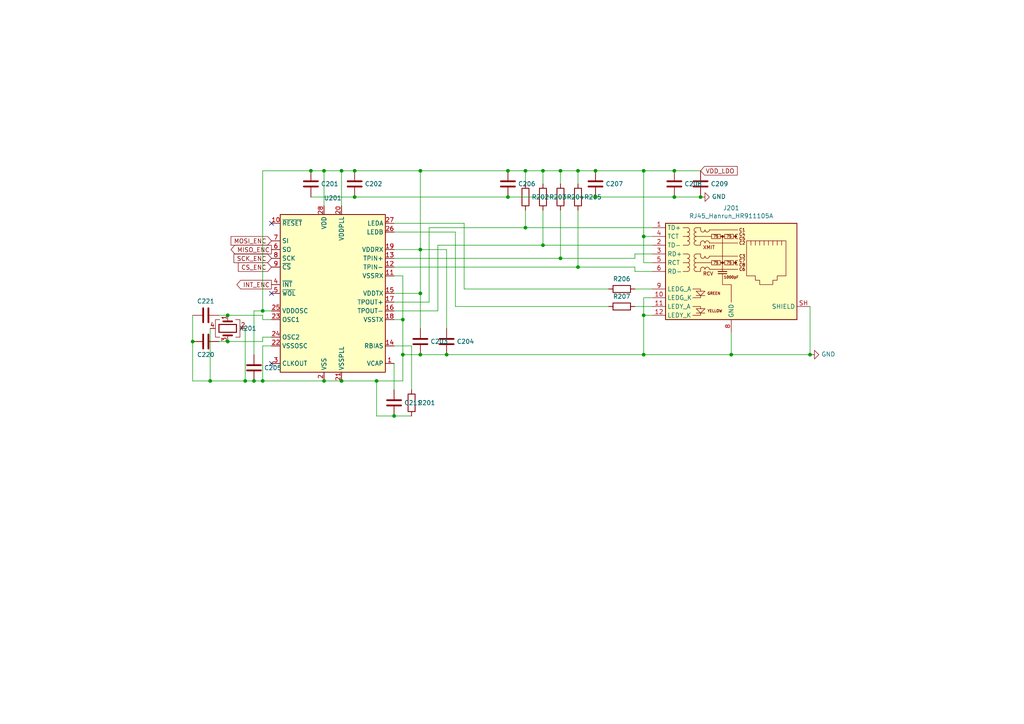
<source format=kicad_sch>
(kicad_sch (version 20230121) (generator eeschema)
  (paper "A4")
  (lib_symbols
    (symbol "Device:C" (pin_numbers hide) (pin_names (offset 0.254))
      (property "Reference" "C" (at 0.635 2.54 0))
      (property "Value" "C" (at 0.635 -2.54 0))
      (symbol "C_0_1"
        (polyline (pts (xy -2.032 -0.762) (xy 2.032 -0.762)) (stroke (width 0.508)))
        (polyline (pts (xy -2.032 0.762) (xy 2.032 0.762)) (stroke (width 0.508)))
      )
      (symbol "C_1_1"
        (pin passive line (at 0 3.81 270) (length 2.794) (name "~") (number "1"))
        (pin passive line (at 0 -3.81 90) (length 2.794) (name "~") (number "2"))
      )
    )
    (symbol "Device:Crystal_GND24" (pin_names (offset 1.016) hide)
      (property "Reference" "Y" (at 3.175 5.08 0))
      (property "Value" "Crystal_GND24" (at 3.175 3.175 0))
      (symbol "Crystal_GND24_0_1"
        (rectangle (start -1.143 2.54) (end 1.143 -2.54) (stroke (width 0.3048)))
        (polyline (pts (xy -2.54 0) (xy -2.032 0)))
        (polyline (pts (xy -2.032 -1.27) (xy -2.032 1.27)) (stroke (width 0.508)))
        (polyline (pts (xy 0 -3.81) (xy 0 -3.556)))
        (polyline (pts (xy 0 3.556) (xy 0 3.81)))
        (polyline (pts (xy 2.032 -1.27) (xy 2.032 1.27)) (stroke (width 0.508)))
        (polyline (pts (xy 2.032 0) (xy 2.54 0)))
        (polyline (pts (xy -2.54 -2.286) (xy -2.54 -3.556) (xy 2.54 -3.556) (xy 2.54 -2.286)))
        (polyline (pts (xy -2.54 2.286) (xy -2.54 3.556) (xy 2.54 3.556) (xy 2.54 2.286)))
      )
      (symbol "Crystal_GND24_1_1"
        (pin passive line (at -3.81 0 0) (length 1.27) (name "1") (number "1"))
        (pin passive line (at 0 5.08 270) (length 1.27) (name "2") (number "2"))
        (pin passive line (at 3.81 0 180) (length 1.27) (name "3") (number "3"))
        (pin passive line (at 0 -5.08 90) (length 1.27) (name "4") (number "4"))
      )
    )
    (symbol "Device:R" (pin_numbers hide) (pin_names (offset 0))
      (property "Reference" "R" (at 2.032 0 90))
      (property "Value" "R" (at 0 0 90))
      (symbol "R_0_1"
        (rectangle (start -1.016 -2.54) (end 1.016 2.54) (stroke (width 0.254)))
      )
      (symbol "R_1_1"
        (pin passive line (at 0 3.81 270) (length 1.27) (name "~") (number "1"))
        (pin passive line (at 0 -3.81 90) (length 1.27) (name "~") (number "2"))
      )
    )
    (symbol "Interface_Ethernet:ENC28J60x-SS"
      (property "Reference" "U" (at -13.97 24.13 0))
      (property "Value" "ENC28J60x-SS" (at 5.08 24.13 0))
      (symbol "ENC28J60x-SS_0_1"
        (rectangle (start -15.24 22.86) (end 15.24 -22.86) (stroke (width 0.254)) (fill (type background)))
      )
      (symbol "ENC28J60x-SS_1_1"
        (pin input line (at 17.78 -20.32 180) (length 2.54) (name "VCAP") (number "1"))
        (pin input line (at -17.78 20.32 0) (length 2.54) (name "~{RESET}") (number "10"))
        (pin power_in line (at 17.78 5.08 180) (length 2.54) (name "VSSRX") (number "11"))
        (pin input line (at 17.78 7.62 180) (length 2.54) (name "TPIN-") (number "12"))
        (pin input line (at 17.78 10.16 180) (length 2.54) (name "TPIN+") (number "13"))
        (pin input line (at 17.78 -15.24 180) (length 2.54) (name "RBIAS") (number "14"))
        (pin power_in line (at 17.78 0 180) (length 2.54) (name "VDDTX") (number "15"))
        (pin output line (at 17.78 -5.08 180) (length 2.54) (name "TPOUT-") (number "16"))
        (pin output line (at 17.78 -2.54 180) (length 2.54) (name "TPOUT+") (number "17"))
        (pin power_in line (at 17.78 -7.62 180) (length 2.54) (name "VSSTX") (number "18"))
        (pin power_in line (at 17.78 12.7 180) (length 2.54) (name "VDDRX") (number "19"))
        (pin power_in line (at -2.54 -25.4 90) (length 2.54) (name "VSS") (number "2"))
        (pin power_in line (at 2.54 25.4 270) (length 2.54) (name "VDDPLL") (number "20"))
        (pin power_in line (at 2.54 -25.4 90) (length 2.54) (name "VSSPLL") (number "21"))
        (pin power_in line (at -17.78 -15.24 0) (length 2.54) (name "VSSOSC") (number "22"))
        (pin input line (at -17.78 -7.62 0) (length 2.54) (name "OSC1") (number "23"))
        (pin input line (at -17.78 -12.7 0) (length 2.54) (name "OSC2") (number "24"))
        (pin power_in line (at -17.78 -5.08 0) (length 2.54) (name "VDDOSC") (number "25"))
        (pin output line (at 17.78 17.78 180) (length 2.54) (name "LEDB") (number "26"))
        (pin output line (at 17.78 20.32 180) (length 2.54) (name "LEDA") (number "27"))
        (pin power_in line (at -2.54 25.4 270) (length 2.54) (name "VDD") (number "28"))
        (pin output line (at -17.78 -20.32 0) (length 2.54) (name "CLKOUT") (number "3"))
        (pin output line (at -17.78 2.54 0) (length 2.54) (name "~{INT}") (number "4"))
        (pin output line (at -17.78 0 0) (length 2.54) (name "~{WOL}") (number "5"))
        (pin output line (at -17.78 12.7 0) (length 2.54) (name "SO") (number "6"))
        (pin input line (at -17.78 15.24 0) (length 2.54) (name "SI") (number "7"))
        (pin input line (at -17.78 10.16 0) (length 2.54) (name "SCK") (number "8"))
        (pin input line (at -17.78 7.62 0) (length 2.54) (name "~{CS}") (number "9"))
      )
    )
    (symbol "RJ45_Hanrun_HR911105A:RJ45_Hanrun_HR911105A"
      (property "Reference" "J" (at 19.05 15.24 0))
      (property "Value" "RJ45_Hanrun_HR911105A" (at -19.05 15.24 0))
      (symbol "RJ45_Hanrun_HR911105A_0_0"
        (circle (center -2.54 2.54) (radius 0.254) (stroke (width 0.254)) (fill (type outline)))
        (circle (center -2.54 10.16) (radius 0.254) (stroke (width 0.254)) (fill (type outline)))
        (polyline (pts (xy -7.62 -12.065) (xy -10.16 -12.065)))
        (polyline (pts (xy -7.62 -6.985) (xy -10.16 -6.985)))
        (polyline (pts (xy -2.54 10.16) (xy -2.54 0)))
        (polyline (pts (xy -1.27 -0.635) (xy -3.81 -0.635)) (stroke (width 0.254)))
        (polyline (pts (xy -1.27 0) (xy -3.81 0)) (stroke (width 0.254)))
        (polyline (pts (xy 1.27 2.54) (xy 0.635 2.54)))
        (polyline (pts (xy 1.27 10.16) (xy 0.635 10.16)))
        (polyline (pts (xy -11.176 -12.7) (xy -8.89 -12.7) (xy -8.89 -12.065)))
        (polyline (pts (xy -11.176 -10.16) (xy -8.89 -10.16) (xy -8.89 -10.795)))
        (polyline (pts (xy -11.176 -5.08) (xy -8.89 -5.08) (xy -8.89 -5.715)))
        (polyline (pts (xy -8.89 -6.985) (xy -8.89 -7.62) (xy -11.176 -7.62)))
        (polyline (pts (xy -10.16 -5.715) (xy -7.62 -5.715) (xy -8.89 -6.985) (xy -10.16 -5.715)))
        (polyline (pts (xy -7.62 -10.795) (xy -10.16 -10.795) (xy -8.89 -12.065) (xy -7.62 -10.795)))
        (polyline (pts (xy -2.54 -0.635) (xy -2.54 -3.81) (xy 0 -3.81) (xy 0 -8.89)))
        (polyline (pts (xy 1.905 3.175) (xy 1.27 3.175) (xy 1.27 1.905) (xy 1.905 1.905)))
        (polyline (pts (xy 1.905 10.795) (xy 1.27 10.795) (xy 1.27 9.525) (xy 1.905 9.525)))
        (circle (center 1.27 2.54) (radius 0.254) (stroke (width 0.254)) (fill (type outline)))
        (circle (center 1.27 10.16) (radius 0.254) (stroke (width 0.254)) (fill (type outline)))
        (text "1000pF" (at 0 -1.651 0) (effects (font (size 0.762 0.762))))
        (text "75" (at -4.445 2.54 0) (effects (font (size 0.762 0.762))))
        (text "75" (at -4.445 10.16 0) (effects (font (size 0.762 0.762))))
        (text "75" (at -0.635 2.54 0) (effects (font (size 0.762 0.762))))
        (text "75" (at -0.635 10.16 0) (effects (font (size 0.762 0.762))))
        (text "C1" (at 3.175 12.065 0) (effects (font (size 0.889 0.889))))
        (text "C2" (at 3.175 8.255 0) (effects (font (size 0.889 0.889))))
        (text "C3" (at 3.175 4.445 0) (effects (font (size 0.889 0.889))))
        (text "C4" (at 3.175 10.795 0) (effects (font (size 0.889 0.889))))
        (text "C5" (at 3.175 9.525 0) (effects (font (size 0.889 0.889))))
        (text "C6" (at 3.175 0.635 0) (effects (font (size 0.889 0.889))))
        (text "C7" (at 3.175 3.175 0) (effects (font (size 0.889 0.889))))
        (text "C8" (at 3.175 1.905 0) (effects (font (size 0.889 0.889))))
        (text "GREEN" (at -6.985 -6.35 0) (effects (font (size 0.762 0.762)) (justify left)))
        (text "RCV" (at -8.255 -0.635 0) (effects (font (size 1.016 1.016)) (justify left)))
        (text "XMIT" (at -8.255 6.985 0) (effects (font (size 1.016 1.016)) (justify left)))
        (text "YELLOW" (at -6.985 -11.43 0) (effects (font (size 0.762 0.762)) (justify left)))
      )
      (symbol "RJ45_Hanrun_HR911105A_0_1"
        (rectangle (start -19.05 -13.97) (end 19.05 13.97) (stroke (width 0.254)) (fill (type background)))
        (arc (start -12.7 0) (mid -12.0677 0.635) (end -12.7 1.27))
        (arc (start -12.7 1.27) (mid -12.0677 1.905) (end -12.7 2.54))
        (arc (start -12.7 2.54) (mid -12.0677 3.175) (end -12.7 3.81))
        (arc (start -12.7 3.81) (mid -12.0677 4.445) (end -12.7 5.08))
        (arc (start -12.7 7.62) (mid -12.0677 8.255) (end -12.7 8.89))
        (arc (start -12.7 8.89) (mid -12.0677 9.525) (end -12.7 10.16))
        (arc (start -12.7 10.16) (mid -12.0677 10.795) (end -12.7 11.43))
        (arc (start -12.7 11.43) (mid -12.0677 12.065) (end -12.7 12.7))
        (arc (start -10.16 1.27) (mid -10.7923 0.635) (end -10.16 0))
        (arc (start -10.16 2.54) (mid -10.7923 1.905) (end -10.16 1.27))
        (arc (start -10.16 3.81) (mid -10.7923 3.175) (end -10.16 2.54))
        (arc (start -10.16 5.08) (mid -10.7923 4.445) (end -10.16 3.81))
        (arc (start -10.16 8.89) (mid -10.7923 8.255) (end -10.16 7.62))
        (arc (start -10.16 10.16) (mid -10.7923 9.525) (end -10.16 8.89))
        (arc (start -10.16 11.43) (mid -10.7923 10.795) (end -10.16 10.16))
        (arc (start -10.16 12.7) (mid -10.7923 12.065) (end -10.16 11.43))
        (arc (start -8.89 4.445) (mid -8.255 3.8127) (end -7.62 4.445))
        (arc (start -8.89 12.065) (mid -8.255 11.4327) (end -7.62 12.065))
        (arc (start -7.62 0.635) (mid -8.255 1.2673) (end -8.89 0.635))
        (arc (start -7.62 4.445) (mid -6.985 3.8127) (end -6.35 4.445))
        (arc (start -7.62 8.255) (mid -8.255 8.8873) (end -8.89 8.255))
        (arc (start -7.62 12.065) (mid -6.985 11.4327) (end -6.35 12.065))
        (arc (start -6.35 0.635) (mid -6.985 1.2673) (end -7.62 0.635))
        (arc (start -6.35 8.255) (mid -6.985 8.8873) (end -7.62 8.255))
        (rectangle (start -5.715 3.175) (end -3.175 1.905))
        (rectangle (start -5.715 10.795) (end -3.175 9.525))
        (rectangle (start -1.905 3.175) (end 0.635 1.905))
        (rectangle (start -1.905 10.795) (end 0.635 9.525))
        (polyline (pts (xy -12.7 0) (xy -13.97 0)))
        (polyline (pts (xy -12.7 2.54) (xy -13.97 2.54)))
        (polyline (pts (xy -12.7 5.08) (xy -13.97 5.08)))
        (polyline (pts (xy -12.7 7.62) (xy -13.97 7.62)))
        (polyline (pts (xy -12.7 10.16) (xy -13.97 10.16)))
        (polyline (pts (xy -12.7 12.7) (xy -13.97 12.7)))
        (polyline (pts (xy -6.35 0.635) (xy 1.905 0.635)))
        (polyline (pts (xy -6.35 4.445) (xy 1.905 4.445)))
        (polyline (pts (xy -6.35 8.255) (xy 1.905 8.255)))
        (polyline (pts (xy -6.35 12.065) (xy 1.905 12.065)))
        (polyline (pts (xy -5.715 2.54) (xy -10.16 2.54)))
        (polyline (pts (xy -5.715 10.16) (xy -10.16 10.16)))
        (polyline (pts (xy -3.175 2.54) (xy -1.905 2.54)))
        (polyline (pts (xy -3.175 10.16) (xy -1.905 10.16)))
        (polyline (pts (xy 5.715 7.62) (xy 5.715 8.89)))
        (polyline (pts (xy 6.985 8.89) (xy 6.985 7.62)))
        (polyline (pts (xy 8.255 8.89) (xy 8.255 7.62)))
        (polyline (pts (xy 9.525 8.89) (xy 9.525 7.62)))
        (polyline (pts (xy 10.795 8.89) (xy 10.795 7.62)))
        (polyline (pts (xy 12.065 8.89) (xy 12.065 7.62)))
        (polyline (pts (xy 13.335 7.62) (xy 13.335 8.89)))
        (polyline (pts (xy 14.605 7.62) (xy 14.605 8.89)))
        (polyline (pts (xy -10.16 5.08) (xy -8.89 5.08) (xy -8.89 4.445)))
        (polyline (pts (xy -10.16 12.7) (xy -8.89 12.7) (xy -8.89 12.065)))
        (polyline (pts (xy -8.89 0.635) (xy -8.89 0) (xy -10.16 0)))
        (polyline (pts (xy -8.89 8.255) (xy -8.89 7.62) (xy -10.16 7.62)))
        (polyline (pts (xy 4.445 8.89) (xy 15.875 8.89) (xy 15.875 -1.27) (xy 13.335 -1.27) (xy 13.335 -2.54) (xy 12.065 -2.54) (xy 12.065 -3.81) (xy 8.255 -3.81) (xy 8.255 -2.54) (xy 6.985 -2.54) (xy 6.985 -1.27) (xy 4.445 -1.27) (xy 4.445 8.89)))
      )
      (symbol "RJ45_Hanrun_HR911105A_1_1"
        (pin passive line (at -22.86 12.7 0) (length 3.81) (name "TD+") (number "1"))
        (pin passive line (at -22.86 -7.62 0) (length 3.81) (name "LEDG_K") (number "10"))
        (pin passive line (at -22.86 -10.16 0) (length 3.81) (name "LEDY_A") (number "11"))
        (pin passive line (at -22.86 -12.7 0) (length 3.81) (name "LEDY_K") (number "12"))
        (pin passive line (at -22.86 7.62 0) (length 3.81) (name "TD-") (number "2"))
        (pin passive line (at -22.86 5.08 0) (length 3.81) (name "RD+") (number "3"))
        (pin passive line (at -22.86 10.16 0) (length 3.81) (name "TCT") (number "4"))
        (pin passive line (at -22.86 2.54 0) (length 3.81) (name "RCT") (number "5"))
        (pin passive line (at -22.86 0 0) (length 3.81) (name "RD-") (number "6"))
        (pin no_connect line (at 5.08 -5.08 0) (length 0) hide (name "NC") (number "7"))
        (pin power_in line (at 0 -17.78 90) (length 3.81) (name "GND") (number "8"))
        (pin passive line (at -22.86 -5.08 0) (length 3.81) (name "LEDG_A") (number "9"))
        (pin passive line (at 22.86 -10.16 180) (length 3.81) (name "SHIELD") (number "SH"))
      )
    )
    (symbol "power:GND" (power) (pin_names (offset 0))
      (property "Value" "GND" (at 0 -3.81 0))
      (symbol "GND_0_1"
        (polyline (pts (xy 0 0) (xy 0 -1.27) (xy 1.27 -1.27) (xy 0 -2.54) (xy -1.27 -1.27) (xy 0 -1.27)))
      )
      (symbol "GND_1_1"
        (pin power_in line (at 0 0 270) (length 0) hide (name "GND") (number "1"))
      )
    )
  )
  (junction (at 203.2 57.15))
  (junction (at 172.72 49.53))
  (junction (at 121.92 85.09))
  (junction (at 186.69 102.87))
  (junction (at 99.06 49.53))
  (junction (at 76.2 90.17))
  (junction (at 60.96 110.49))
  (junction (at 167.64 49.53))
  (junction (at 234.95 102.87))
  (junction (at 152.4 66.04))
  (junction (at 116.84 102.87))
  (junction (at 109.22 110.49))
  (junction (at 71.12 110.49))
  (junction (at 147.32 57.15))
  (junction (at 186.69 68.58))
  (junction (at 162.56 74.93))
  (junction (at 195.58 57.15))
  (junction (at 76.2 110.49))
  (junction (at 147.32 49.53))
  (junction (at 195.58 49.53))
  (junction (at 121.92 72.39))
  (junction (at 172.72 57.15))
  (junction (at 212.09 102.87))
  (junction (at 121.92 49.53))
  (junction (at 129.54 102.87))
  (junction (at 186.69 49.53))
  (junction (at 102.87 49.53))
  (junction (at 66.04 91.44))
  (junction (at 167.64 77.47))
  (junction (at 114.3 120.65))
  (junction (at 55.88 99.06))
  (junction (at 99.06 110.49))
  (junction (at 73.66 110.49))
  (junction (at 90.17 49.53))
  (junction (at 116.84 92.71))
  (junction (at 93.98 110.49))
  (junction (at 157.48 71.12))
  (junction (at 102.87 57.15))
  (junction (at 121.92 102.87))
  (junction (at 162.56 49.53))
  (junction (at 66.04 99.06))
  (junction (at 152.4 49.53))
  (junction (at 157.48 49.53))
  (junction (at 93.98 49.53))
  (junction (at 186.69 91.44))
  (no_connect (at 78.74 64.77))
  (no_connect (at 78.74 105.41))
  (no_connect (at 78.74 85.09))
  (wire (pts (xy 114.3 77.47) (xy 167.64 77.47)))
  (wire (pts (xy 76.2 99.06) (xy 76.2 97.79)))
  (wire (pts (xy 114.3 74.93) (xy 162.56 74.93)))
  (wire (pts (xy 157.48 60.96) (xy 157.48 71.12)))
  (wire (pts (xy 127 71.12) (xy 157.48 71.12)))
  (wire (pts (xy 186.69 68.58) (xy 186.69 49.53)))
  (wire (pts (xy 93.98 59.69) (xy 93.98 49.53)))
  (wire (pts (xy 99.06 49.53) (xy 102.87 49.53)))
  (wire (pts (xy 55.88 110.49) (xy 60.96 110.49)))
  (wire (pts (xy 124.46 66.04) (xy 152.4 66.04)))
  (wire (pts (xy 93.98 110.49) (xy 76.2 110.49)))
  (wire (pts (xy 121.92 95.25) (xy 121.92 85.09)))
  (wire (pts (xy 167.64 60.96) (xy 167.64 77.47)))
  (wire (pts (xy 134.62 64.77) (xy 134.62 83.82)))
  (wire (pts (xy 63.5 99.06) (xy 66.04 99.06)))
  (wire (pts (xy 114.3 90.17) (xy 127 90.17)))
  (wire (pts (xy 116.84 92.71) (xy 116.84 80.01)))
  (wire (pts (xy 60.96 110.49) (xy 71.12 110.49)))
  (wire (pts (xy 76.2 91.44) (xy 66.04 91.44)))
  (wire (pts (xy 121.92 72.39) (xy 121.92 49.53)))
  (wire (pts (xy 186.69 102.87) (xy 129.54 102.87)))
  (wire (pts (xy 121.92 72.39) (xy 114.3 72.39)))
  (wire (pts (xy 76.2 99.06) (xy 66.04 99.06)))
  (wire (pts (xy 121.92 102.87) (xy 116.84 102.87)))
  (wire (pts (xy 184.15 77.47) (xy 184.15 78.74)))
  (wire (pts (xy 73.66 90.17) (xy 76.2 90.17)))
  (wire (pts (xy 90.17 49.53) (xy 76.2 49.53)))
  (wire (pts (xy 124.46 87.63) (xy 124.46 66.04)))
  (wire (pts (xy 114.3 120.65) (xy 109.22 120.65)))
  (wire (pts (xy 99.06 59.69) (xy 99.06 49.53)))
  (wire (pts (xy 114.3 105.41) (xy 114.3 113.03)))
  (wire (pts (xy 189.23 91.44) (xy 186.69 91.44)))
  (wire (pts (xy 186.69 76.2) (xy 186.69 68.58)))
  (wire (pts (xy 71.12 110.49) (xy 73.66 110.49)))
  (wire (pts (xy 116.84 110.49) (xy 116.84 102.87)))
  (wire (pts (xy 186.69 86.36) (xy 186.69 91.44)))
  (wire (pts (xy 93.98 49.53) (xy 99.06 49.53)))
  (wire (pts (xy 119.38 120.65) (xy 114.3 120.65)))
  (wire (pts (xy 109.22 110.49) (xy 116.84 110.49)))
  (wire (pts (xy 212.09 96.52) (xy 212.09 102.87)))
  (wire (pts (xy 147.32 49.53) (xy 152.4 49.53)))
  (wire (pts (xy 176.53 88.9) (xy 132.08 88.9)))
  (wire (pts (xy 189.23 88.9) (xy 184.15 88.9)))
  (wire (pts (xy 129.54 72.39) (xy 121.92 72.39)))
  (wire (pts (xy 109.22 120.65) (xy 109.22 110.49)))
  (wire (pts (xy 189.23 76.2) (xy 186.69 76.2)))
  (wire (pts (xy 99.06 110.49) (xy 109.22 110.49)))
  (wire (pts (xy 152.4 66.04) (xy 189.23 66.04)))
  (wire (pts (xy 102.87 49.53) (xy 121.92 49.53)))
  (wire (pts (xy 203.2 57.15) (xy 195.58 57.15)))
  (wire (pts (xy 147.32 57.15) (xy 102.87 57.15)))
  (wire (pts (xy 93.98 110.49) (xy 99.06 110.49)))
  (wire (pts (xy 76.2 92.71) (xy 78.74 92.71)))
  (wire (pts (xy 189.23 68.58) (xy 186.69 68.58)))
  (wire (pts (xy 55.88 99.06) (xy 55.88 110.49)))
  (wire (pts (xy 76.2 97.79) (xy 78.74 97.79)))
  (wire (pts (xy 234.95 102.87) (xy 212.09 102.87)))
  (wire (pts (xy 76.2 100.33) (xy 78.74 100.33)))
  (wire (pts (xy 129.54 95.25) (xy 129.54 72.39)))
  (wire (pts (xy 184.15 73.66) (xy 189.23 73.66)))
  (wire (pts (xy 60.96 95.25) (xy 60.96 110.49)))
  (wire (pts (xy 189.23 86.36) (xy 186.69 86.36)))
  (wire (pts (xy 172.72 57.15) (xy 147.32 57.15)))
  (wire (pts (xy 162.56 49.53) (xy 167.64 49.53)))
  (wire (pts (xy 212.09 102.87) (xy 186.69 102.87)))
  (wire (pts (xy 63.5 91.44) (xy 66.04 91.44)))
  (wire (pts (xy 121.92 85.09) (xy 114.3 85.09)))
  (wire (pts (xy 121.92 85.09) (xy 121.92 72.39)))
  (wire (pts (xy 152.4 49.53) (xy 157.48 49.53)))
  (wire (pts (xy 152.4 53.34) (xy 152.4 49.53)))
  (wire (pts (xy 90.17 49.53) (xy 93.98 49.53)))
  (wire (pts (xy 73.66 90.17) (xy 73.66 102.87)))
  (wire (pts (xy 157.48 49.53) (xy 162.56 49.53)))
  (wire (pts (xy 114.3 67.31) (xy 132.08 67.31)))
  (wire (pts (xy 162.56 53.34) (xy 162.56 49.53)))
  (wire (pts (xy 167.64 77.47) (xy 184.15 77.47)))
  (wire (pts (xy 234.95 88.9) (xy 234.95 102.87)))
  (wire (pts (xy 132.08 67.31) (xy 132.08 88.9)))
  (wire (pts (xy 162.56 74.93) (xy 184.15 74.93)))
  (wire (pts (xy 186.69 49.53) (xy 195.58 49.53)))
  (wire (pts (xy 119.38 100.33) (xy 119.38 113.03)))
  (wire (pts (xy 116.84 80.01) (xy 114.3 80.01)))
  (wire (pts (xy 129.54 102.87) (xy 121.92 102.87)))
  (wire (pts (xy 76.2 91.44) (xy 76.2 92.71)))
  (wire (pts (xy 114.3 100.33) (xy 119.38 100.33)))
  (wire (pts (xy 127 90.17) (xy 127 71.12)))
  (wire (pts (xy 55.88 91.44) (xy 55.88 99.06)))
  (wire (pts (xy 152.4 60.96) (xy 152.4 66.04)))
  (wire (pts (xy 90.17 57.15) (xy 102.87 57.15)))
  (wire (pts (xy 71.12 95.25) (xy 71.12 110.49)))
  (wire (pts (xy 76.2 110.49) (xy 76.2 100.33)))
  (wire (pts (xy 121.92 49.53) (xy 147.32 49.53)))
  (wire (pts (xy 167.64 53.34) (xy 167.64 49.53)))
  (wire (pts (xy 114.3 92.71) (xy 116.84 92.71)))
  (wire (pts (xy 195.58 57.15) (xy 172.72 57.15)))
  (wire (pts (xy 195.58 49.53) (xy 203.2 49.53)))
  (wire (pts (xy 157.48 53.34) (xy 157.48 49.53)))
  (wire (pts (xy 176.53 83.82) (xy 134.62 83.82)))
  (wire (pts (xy 184.15 78.74) (xy 189.23 78.74)))
  (wire (pts (xy 184.15 83.82) (xy 189.23 83.82)))
  (wire (pts (xy 76.2 90.17) (xy 78.74 90.17)))
  (wire (pts (xy 167.64 49.53) (xy 172.72 49.53)))
  (wire (pts (xy 172.72 49.53) (xy 186.69 49.53)))
  (wire (pts (xy 73.66 110.49) (xy 76.2 110.49)))
  (wire (pts (xy 157.48 71.12) (xy 189.23 71.12)))
  (wire (pts (xy 184.15 74.93) (xy 184.15 73.66)))
  (wire (pts (xy 76.2 49.53) (xy 76.2 90.17)))
  (wire (pts (xy 116.84 102.87) (xy 116.84 92.71)))
  (wire (pts (xy 114.3 64.77) (xy 134.62 64.77)))
  (wire (pts (xy 162.56 60.96) (xy 162.56 74.93)))
  (wire (pts (xy 114.3 87.63) (xy 124.46 87.63)))
  (wire (pts (xy 186.69 91.44) (xy 186.69 102.87)))
  (global_label "MISO_ENC" (shape output) (at 78.74 72.39 180) (property "Intersheetrefs" "${INTERSHEET_REFS}" (effects hide)))
  (global_label "MOSI_ENC" (shape input) (at 78.74 69.85 180) (property "Intersheetrefs" "${INTERSHEET_REFS}" (effects hide)))
  (global_label "CS_ENC" (shape input) (at 78.74 77.47 180) (property "Intersheetrefs" "${INTERSHEET_REFS}" (effects hide)))
  (global_label "SCK_ENC" (shape input) (at 78.74 74.93 180) (property "Intersheetrefs" "${INTERSHEET_REFS}" (effects hide)))
  (global_label "VDD_LDO" (shape input) (at 203.2 49.53 0) (property "Intersheetrefs" "${INTERSHEET_REFS}" (effects hide)))
  (global_label "INT_ENC" (shape output) (at 78.74 82.55 180) (property "Intersheetrefs" "${INTERSHEET_REFS}" (effects hide)))
  (symbol (lib_id "Device:C") (at 195.58 53.34 0) (unit 1)
    (property "Reference" "C208" (at 198.501 53.34 0) (effects (justify left)))
    (property "Value" "100nF, X7R, 10%" (effects hide))
    (property "Footprint" "Capacitor_SMD:C_0402_1005Metric_Pad0.74x0.62mm_HandSolder" (effects hide))
    (property "LCSC" "C1525" (effects hide))
  )
  (symbol (lib_id "Device:C") (at 203.2 53.34 0) (unit 1)
    (property "Reference" "C209" (at 206.121 53.34 0) (effects (justify left)))
    (property "Value" "100nF, X7R, 10%" (effects hide))
    (property "Footprint" "Capacitor_SMD:C_0402_1005Metric_Pad0.74x0.62mm_HandSolder" (effects hide))
    (property "LCSC" "C1525" (effects hide))
  )
  (symbol (lib_id "Device:R") (at 152.4 57.15 0) (unit 1)
    (property "Reference" "R202" (at 154.178 57.15 0) (effects (justify left)))
    (property "Value" "50R, 1%" (effects hide))
    (property "Footprint" "Resistor_SMD:R_0402_1005Metric_Pad0.72x0.64mm_HandSolder" (effects hide))
    (property "LCSC" "C25120" (effects hide))
  )
  (symbol (lib_id "Device:R") (at 157.48 57.15 0) (unit 1)
    (property "Reference" "R203" (at 159.258 57.15 0) (effects (justify left)))
    (property "Value" "50R, 1%" (effects hide))
    (property "Footprint" "Resistor_SMD:R_0402_1005Metric_Pad0.72x0.64mm_HandSolder" (effects hide))
    (property "LCSC" "C25120" (effects hide))
  )
  (symbol (lib_id "Device:R") (at 162.56 57.15 0) (unit 1)
    (property "Reference" "R204" (at 164.338 57.15 0) (effects (justify left)))
    (property "Value" "50R, 1%" (effects hide))
    (property "Footprint" "Resistor_SMD:R_0402_1005Metric_Pad0.72x0.64mm_HandSolder" (effects hide))
    (property "LCSC" "C25120" (effects hide))
  )
  (symbol (lib_id "Device:R") (at 167.64 57.15 0) (unit 1)
    (property "Reference" "R205" (at 169.418 57.15 0) (effects (justify left)))
    (property "Value" "50R, 1%" (effects hide))
    (property "Footprint" "Resistor_SMD:R_0402_1005Metric_Pad0.72x0.64mm_HandSolder" (effects hide))
    (property "LCSC" "C25120" (effects hide))
  )
  (symbol (lib_id "Device:C") (at 147.32 53.34 0) (unit 1)
    (property "Reference" "C206" (at 150.241 53.34 0) (effects (justify left)))
    (property "Value" "10nF, 10%" (effects hide))
    (property "Footprint" "Capacitor_SMD:C_0402_1005Metric_Pad0.74x0.62mm_HandSolder" (effects hide))
    (property "LCSC" "C15195" (effects hide))
  )
  (symbol (lib_id "Device:C") (at 172.72 53.34 0) (unit 1)
    (property "Reference" "C207" (at 175.641 53.34 0) (effects (justify left)))
    (property "Value" "10nF, 10%" (effects hide))
    (property "Footprint" "Capacitor_SMD:C_0402_1005Metric_Pad0.74x0.62mm_HandSolder" (effects hide))
    (property "LCSC" "C15195" (effects hide))
  )
  (symbol (lib_id "power:GND") (at 203.2 57.15 90) (unit 1)
    (property "Reference" "#PWR0108" (effects hide))
    (property "Value" "GND" (at 206.4512 57.023 90) (effects (justify right)))
  )
  (symbol (lib_id "Device:C") (at 102.87 53.34 0) (unit 1)
    (property "Reference" "C202" (at 105.791 53.34 0) (effects (justify left)))
    (property "Value" "100nF, X7R, 10%" (effects hide))
    (property "Footprint" "Capacitor_SMD:C_0402_1005Metric_Pad0.74x0.62mm_HandSolder" (effects hide))
    (property "LCSC" "C1525" (effects hide))
  )
  (symbol (lib_id "Device:C") (at 90.17 53.34 0) (unit 1)
    (property "Reference" "C201" (at 93.091 53.34 0) (effects (justify left)))
    (property "Value" "100nF, X7R, 10%" (effects hide))
    (property "Footprint" "Capacitor_SMD:C_0402_1005Metric_Pad0.74x0.62mm_HandSolder" (effects hide))
    (property "LCSC" "C1525" (effects hide))
  )
  (symbol (lib_id "Device:C") (at 121.92 99.06 0) (unit 1)
    (property "Reference" "C203" (at 124.841 99.06 0) (effects (justify left)))
    (property "Value" "100nF, X7R, 10%" (effects hide))
    (property "Footprint" "Capacitor_SMD:C_0402_1005Metric_Pad0.74x0.62mm_HandSolder" (effects hide))
    (property "LCSC" "C1525" (effects hide))
  )
  (symbol (lib_id "Device:C") (at 129.54 99.06 0) (unit 1)
    (property "Reference" "C204" (at 132.461 99.06 0) (effects (justify left)))
    (property "Value" "100nF, X7R, 10%" (effects hide))
    (property "Footprint" "Capacitor_SMD:C_0402_1005Metric_Pad0.74x0.62mm_HandSolder" (effects hide))
    (property "LCSC" "C1525" (effects hide))
  )
  (symbol (lib_id "Device:C") (at 73.66 106.68 0) (unit 1)
    (property "Reference" "C205" (at 76.581 106.68 0) (effects (justify left)))
    (property "Value" "100nF, X7R, 10%" (effects hide))
    (property "Footprint" "Capacitor_SMD:C_0402_1005Metric_Pad0.74x0.62mm_HandSolder" (effects hide))
    (property "LCSC" "C1525" (effects hide))
  )
  (symbol (lib_id "Device:C") (at 114.3 116.84 0) (unit 1)
    (property "Reference" "C211" (at 117.221 116.84 0) (effects (justify left)))
    (property "Value" "10uF, 20%" (effects hide))
    (property "Footprint" "Capacitor_SMD:C_0402_1005Metric_Pad0.74x0.62mm_HandSolder" (effects hide))
    (property "LCSC" "C15525" (effects hide))
  )
  (symbol (lib_id "Device:R") (at 119.38 116.84 0) (unit 1)
    (property "Reference" "R201" (at 121.158 116.84 0) (effects (justify left)))
    (property "Value" "2.32k, 1%" (effects hide))
    (property "Footprint" "Resistor_SMD:R_0402_1005Metric_Pad0.72x0.64mm_HandSolder" (effects hide))
    (property "LCSC" "C82297" (effects hide))
  )
  (symbol (lib_id "power:GND") (at 234.95 102.87 90) (unit 1)
    (property "Reference" "#PWR0109" (effects hide))
    (property "Value" "GND" (at 238.2012 102.743 90) (effects (justify right)))
  )
  (symbol (lib_id "Device:C") (at 59.69 91.44 270) (unit 1)
    (property "Reference" "C221" (at 59.69 87.376 90))
    (property "Value" "20pF" (effects hide))
    (property "Footprint" "Capacitor_SMD:C_0402_1005Metric_Pad0.74x0.62mm_HandSolder" (effects hide))
    (property "LCSC" "C1554" (effects hide))
  )
  (symbol (lib_id "Device:C") (at 59.69 99.06 270) (unit 1)
    (property "Reference" "C220" (at 59.69 102.87 90))
    (property "Value" "20pF" (effects hide))
    (property "Footprint" "Capacitor_SMD:C_0402_1005Metric_Pad0.74x0.62mm_HandSolder" (effects hide))
    (property "LCSC" "C1554" (effects hide))
  )
  (symbol (lib_id "Device:Crystal_GND24") (at 66.04 95.25 270) (unit 1)
    (property "Reference" "X201" (at 69.3674 95.25 90) (effects (justify left)))
    (property "Value" "25MHz, 15/16pF" (effects hide))
    (property "Footprint" "Crystal:Crystal_SMD_3225-4Pin_3.2x2.5mm" (effects hide))
    (property "LCSC" "C9006" (effects hide))
  )
  (symbol (lib_id "Interface_Ethernet:ENC28J60x-SS") (at 96.52 85.09 0) (unit 1)
    (property "Reference" "U201" (at 96.52 57.4294 0))
    (property "Value" "ENC28J60x-SS" (effects hide))
    (property "Footprint" "Package_SO:SSOP-28_5.3x10.2mm_P0.65mm" (effects hide))
    (property "Datasheet" "http://ww1.microchip.com/downloads/en/devicedoc/39662e.pdf" (effects hide))
    (property "LCSC" "C411626" (effects hide))
  )
  (symbol (lib_id "Device:R") (at 180.34 83.82 270) (unit 1)
    (property "Reference" "R206" (at 180.34 80.899 90))
    (property "Value" "330R" (effects hide))
    (property "Footprint" "Resistor_SMD:R_0402_1005Metric_Pad0.72x0.64mm_HandSolder" (effects hide))
    (property "LCSC" "C25104" (effects hide))
  )
  (symbol (lib_id "Device:R") (at 180.34 88.9 270) (unit 1)
    (property "Reference" "R207" (at 180.34 85.979 90))
    (property "Value" "330R" (effects hide))
    (property "Footprint" "Resistor_SMD:R_0402_1005Metric_Pad0.72x0.64mm_HandSolder" (effects hide))
    (property "LCSC" "C25104" (effects hide))
  )
  (symbol (lib_id "RJ45_Hanrun_HR911105A:RJ45_Hanrun_HR911105A") (at 212.09 78.74 0) (unit 1)
    (property "Reference" "J201" (at 212.09 60.325 0))
    (property "Value" "RJ45_Hanrun_HR911105A" (at 212.09 62.6364 0))
    (property "Footprint" "RJ45_Hanrun_HR911105A:RJ45_Hanrun_HR911105A" (effects hide))
    (property "Datasheet" "https://datasheet.lcsc.com/lcsc/Zhongshan-HanRun-Elec-HR911105A_C12074.pdf" (effects hide))
  )
)
</source>
